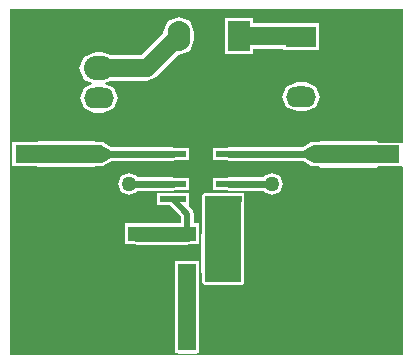
<source format=gtl>
%FSTAX23Y23*%
%MOIN*%
%SFA1B1*%

%IPPOS*%
%AMD19*
4,1,4,0.012000,0.018500,-0.022000,-0.001100,-0.012000,-0.018500,0.022000,0.001100,0.012000,0.018500,0.0*
%
%AMD20*
4,1,4,0.011900,0.016900,-0.020600,-0.001900,-0.011900,-0.016900,0.020600,0.001900,0.011900,0.016900,0.0*
%
%AMD21*
4,1,4,-0.013000,0.020900,-0.024600,0.000800,0.013000,-0.020900,0.024600,-0.000800,-0.013000,0.020900,0.0*
%
%AMD22*
4,1,4,-0.017500,0.020100,-0.026200,0.005100,0.017500,-0.020100,0.026200,-0.005100,-0.017500,0.020100,0.0*
%
%ADD10R,0.060000X0.050000*%
%ADD11R,0.086000X0.022000*%
%ADD12R,0.050000X0.060000*%
%ADD13R,0.059060X0.157480*%
%ADD14R,0.157480X0.059060*%
%ADD15C,0.060000*%
%ADD16C,0.050000*%
%ADD17C,0.022000*%
%ADD18C,0.020000*%
G04~CAMADD=19~9~0.0~0.0~392.8~200.4~0.0~0.0~0~0.0~0.0~0.0~0.0~0~0.0~0.0~0.0~0.0~0~0.0~0.0~0.0~30.0~440.0~369.0*
%ADD19D19*%
G04~CAMADD=20~9~0.0~0.0~377.8~174.5~0.0~0.0~0~0.0~0.0~0.0~0.0~0~0.0~0.0~0.0~0.0~0~0.0~0.0~0.0~30.0~412.0~337.0*
%ADD20D20*%
G04~CAMADD=21~9~0.0~0.0~233.7~435.2~0.0~0.0~0~0.0~0.0~0.0~0.0~0~0.0~0.0~0.0~0.0~0~0.0~0.0~0.0~60.0~492.0~417.0*
%ADD21D21*%
G04~CAMADD=22~9~0.0~0.0~174.4~505.1~0.0~0.0~0~0.0~0.0~0.0~0.0~0~0.0~0.0~0.0~0.0~0~0.0~0.0~0.0~60.0~524.0~401.0*
%ADD22D22*%
%ADD23R,0.060000X0.287000*%
%ADD24R,0.121000X0.287000*%
%ADD25R,0.075000X0.100000*%
%ADD26O,0.075000X0.100000*%
%ADD27O,0.100000X0.070000*%
%ADD28R,0.100000X0.070000*%
%ADD29O,0.100000X0.080000*%
%ADD30R,0.100000X0.080000*%
%ADD31C,0.137800*%
%ADD32C,0.050000*%
%LNad835³Ë·¨Æ÷-1*%
%LPD*%
G36*
X04336Y03148D02*
X04332Y03146D01*
X04331*
X04253*
X04244Y0315*
X04062*
X04056Y03148*
X04039*
X04038Y03148*
X04035Y03148*
X04026*
Y03144*
X04001Y0313*
X03753*
X03748Y03129*
X037*
Y03087*
X03748*
X03753Y03085*
X04001*
X04026Y03071*
Y03068*
X04035*
X04038Y03067*
X04039Y03068*
X04051*
X04062Y03063*
X04244*
X04253Y03067*
X04331*
X04332*
X04336Y03065*
Y02437*
X03024*
Y03593*
X04336*
Y03148*
G37*
%LNad835³Ë·¨Æ÷-2*%
%LPC*%
G36*
X03421Y03045D02*
X03394Y03034D01*
X03383Y03008*
X03394Y02981*
X03421Y0297*
X03447Y02981*
X03449Y02985*
X03567*
X03571Y02987*
X0362*
Y03029*
X03571*
X03567Y0303*
X03449*
X03447Y03034*
X03421Y03045*
G37*
G36*
X03567Y02979D02*
X03565Y02979D01*
X03514*
Y02937*
X03557*
X03594Y029*
Y02879*
X03448*
X03441Y02877*
X03408*
Y02807*
X03441*
X03448Y02804*
X03616*
X03622Y02807*
X03656*
Y02877*
X03637*
Y02909*
X03631Y02924*
X03622Y02933*
X0362Y02937*
Y02979*
X03568*
X03567Y02979*
G37*
G36*
X03646Y02751D02*
X03586D01*
X03584Y02751*
X03576*
Y02742*
X03575Y02741*
Y02454*
X03576Y0245*
Y02444*
X03583*
X03586Y02443*
X03646*
X03648Y02444*
X03655*
Y0245*
X03656Y02454*
Y02741*
X03656Y02742*
Y02751*
X03647*
X03646Y02751*
G37*
G36*
X03796Y02979D02*
X03675D01*
X03667Y02976*
X03664Y02969*
Y02845*
X03662Y02842*
Y02716*
X03664Y02712*
Y02682*
X03667Y02674*
X03675Y02671*
X03796*
X03803Y02674*
X03806Y02682*
Y02969*
X03806Y0297*
Y02979*
X03797*
X03796Y02979*
G37*
G36*
X03899Y03045D02*
X03872Y03034D01*
X0387Y0303*
X03753*
X03748Y03029*
X037*
Y02987*
X03748*
X03753Y02985*
X0387*
X03872Y02981*
X03899Y0297*
X03925Y02981*
X03936Y03008*
X03925Y03034*
X03899Y03045*
G37*
G36*
X03588Y03565D02*
X03551Y0355D01*
X03536Y03514*
Y03511*
X03463Y03438*
X03357*
X03331Y03449*
X03311*
X03272Y03433*
X03256Y03395*
X03272Y03356*
X03299Y03345*
Y0334*
X03271Y03329*
X03257Y03295*
X03271Y0326*
X03306Y03246*
X03336*
X0337Y0326*
X03384Y03295*
X0337Y03329*
X03342Y0334*
Y03345*
X03357Y03351*
X03481*
X03511Y03364*
X03586Y03438*
X03588Y03438*
X03624Y03453*
X03639Y03489*
Y03514*
X03624Y0355*
X03588Y03565*
G37*
G36*
X03835Y03562D02*
X0374D01*
Y03442*
X03835*
Y03458*
X03935*
Y03454*
X04055*
Y03544*
X03995*
X03992Y03545*
X03835*
Y03562*
G37*
G36*
X03304Y03151D02*
X03121D01*
X03111Y03147*
X03032*
Y03068*
X03111*
X03121Y03064*
X03304*
X03311Y03068*
X03325*
X03326Y03067*
X03329Y03068*
X03339*
Y03071*
X03363Y03085*
X03567*
X03571Y03087*
X0362*
Y03129*
X03571*
X03567Y0313*
X03362*
X03339Y03144*
Y03148*
X03328*
X03325Y03148*
X03324Y03148*
X03311*
X03304Y03151*
G37*
G36*
X0401Y03347D02*
X0398D01*
X03945Y03333*
X03931Y03299*
X03945Y03264*
X0398Y0325*
X0401*
X04044Y03264*
X04058Y03299*
X04044Y03333*
X0401Y03347*
G37*
%LNad835³Ë·¨Æ÷-3*%
%LPD*%
G54D10*
X03358Y02842D03*
X03448D03*
X03706Y02716D03*
X03616D03*
Y02842D03*
X03706D03*
G54D11*
X03753Y03108D03*
Y03058D03*
Y03008D03*
Y02958D03*
X03567D03*
Y03008D03*
Y03058D03*
Y03108D03*
G54D12*
X04061Y03108D03*
Y03018D03*
X03304D03*
Y03108D03*
G54D13*
X03616Y02533D03*
X03516D03*
X03716D03*
G54D14*
X04244Y03107D03*
X03121Y03108D03*
X04244Y03007D03*
Y03207D03*
X03121Y03208D03*
Y03008D03*
G54D15*
X03121Y03108D02*
X03304D01*
X03481Y03395D02*
X03588Y03502D01*
X03321Y03395D02*
X03481D01*
X03788Y03502D02*
X03992D01*
X03995Y03499*
X04062Y03107D02*
X04244D01*
X03706Y02716D02*
Y02842D01*
G54D16*
X03448Y02842D02*
X03616D01*
G54D17*
X03753Y03108D02*
X04061D01*
X03304D02*
X03567D01*
X03421Y03008D02*
X03567D01*
X03753D02*
X03899D01*
G54D18*
X03567Y02958D02*
X03616Y02909D01*
Y02842D02*
Y02909D01*
X03706Y02842D02*
Y02892D01*
X03753Y02939*
Y02958*
G54D19*
X03341Y03096D03*
G54D20*
X04024Y03121D03*
G54D21*
X04023Y03099D03*
G54D22*
X03345Y03117D03*
G54D23*
X03616Y02597D03*
G54D24*
X03735Y02825D03*
G54D25*
X03788Y03502D03*
G54D26*
X03688Y03502D03*
X03588D03*
G54D27*
X03995Y03299D03*
Y03399D03*
X03321Y03295D03*
G54D28*
X03995Y03499D03*
G54D29*
X03321Y03395D03*
G54D30*
X03321Y03495D03*
G54D31*
X03123Y03507D03*
Y02531D03*
X0425D03*
Y03507D03*
G54D32*
X03421Y03008D03*
X03899D03*
M02*
</source>
